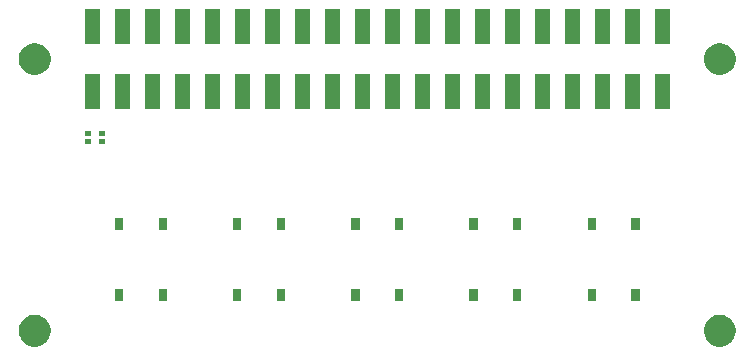
<source format=gbr>
G04 #@! TF.GenerationSoftware,KiCad,Pcbnew,(5.0.2)-1*
G04 #@! TF.CreationDate,2019-07-28T23:35:27-04:00*
G04 #@! TF.ProjectId,AD3D Cloud Connect Board,41443344-2043-46c6-9f75-6420436f6e6e,rev?*
G04 #@! TF.SameCoordinates,Original*
G04 #@! TF.FileFunction,Soldermask,Top*
G04 #@! TF.FilePolarity,Negative*
%FSLAX46Y46*%
G04 Gerber Fmt 4.6, Leading zero omitted, Abs format (unit mm)*
G04 Created by KiCad (PCBNEW (5.0.2)-1) date 7/28/2019 11:35:27 PM*
%MOMM*%
%LPD*%
G01*
G04 APERTURE LIST*
%ADD10C,0.150000*%
G04 APERTURE END LIST*
D10*
G36*
X261893778Y-141701879D02*
X262139466Y-141803646D01*
X262360578Y-141951389D01*
X262548611Y-142139422D01*
X262696354Y-142360534D01*
X262798121Y-142606222D01*
X262850000Y-142867035D01*
X262850000Y-143132965D01*
X262798121Y-143393778D01*
X262696354Y-143639466D01*
X262548611Y-143860578D01*
X262360578Y-144048611D01*
X262139466Y-144196354D01*
X261893778Y-144298121D01*
X261632965Y-144350000D01*
X261367035Y-144350000D01*
X261106222Y-144298121D01*
X260860534Y-144196354D01*
X260639422Y-144048611D01*
X260451389Y-143860578D01*
X260303646Y-143639466D01*
X260201879Y-143393778D01*
X260150000Y-143132965D01*
X260150000Y-142867035D01*
X260201879Y-142606222D01*
X260303646Y-142360534D01*
X260451389Y-142139422D01*
X260639422Y-141951389D01*
X260860534Y-141803646D01*
X261106222Y-141701879D01*
X261367035Y-141650000D01*
X261632965Y-141650000D01*
X261893778Y-141701879D01*
X261893778Y-141701879D01*
G37*
G36*
X203893778Y-141701879D02*
X204139466Y-141803646D01*
X204360578Y-141951389D01*
X204548611Y-142139422D01*
X204696354Y-142360534D01*
X204798121Y-142606222D01*
X204850000Y-142867035D01*
X204850000Y-143132965D01*
X204798121Y-143393778D01*
X204696354Y-143639466D01*
X204548611Y-143860578D01*
X204360578Y-144048611D01*
X204139466Y-144196354D01*
X203893778Y-144298121D01*
X203632965Y-144350000D01*
X203367035Y-144350000D01*
X203106222Y-144298121D01*
X202860534Y-144196354D01*
X202639422Y-144048611D01*
X202451389Y-143860578D01*
X202303646Y-143639466D01*
X202201879Y-143393778D01*
X202150000Y-143132965D01*
X202150000Y-142867035D01*
X202201879Y-142606222D01*
X202303646Y-142360534D01*
X202451389Y-142139422D01*
X202639422Y-141951389D01*
X202860534Y-141803646D01*
X203106222Y-141701879D01*
X203367035Y-141650000D01*
X203632965Y-141650000D01*
X203893778Y-141701879D01*
X203893778Y-141701879D01*
G37*
G36*
X251000000Y-140500000D02*
X250300000Y-140500000D01*
X250300000Y-139500000D01*
X251000000Y-139500000D01*
X251000000Y-140500000D01*
X251000000Y-140500000D01*
G37*
G36*
X231000000Y-140500000D02*
X230300000Y-140500000D01*
X230300000Y-139500000D01*
X231000000Y-139500000D01*
X231000000Y-140500000D01*
X231000000Y-140500000D01*
G37*
G36*
X234700000Y-140500000D02*
X234000000Y-140500000D01*
X234000000Y-139500000D01*
X234700000Y-139500000D01*
X234700000Y-140500000D01*
X234700000Y-140500000D01*
G37*
G36*
X254700000Y-140500000D02*
X254000000Y-140500000D01*
X254000000Y-139500000D01*
X254700000Y-139500000D01*
X254700000Y-140500000D01*
X254700000Y-140500000D01*
G37*
G36*
X244700000Y-140500000D02*
X244000000Y-140500000D01*
X244000000Y-139500000D01*
X244700000Y-139500000D01*
X244700000Y-140500000D01*
X244700000Y-140500000D01*
G37*
G36*
X241000000Y-140500000D02*
X240300000Y-140500000D01*
X240300000Y-139500000D01*
X241000000Y-139500000D01*
X241000000Y-140500000D01*
X241000000Y-140500000D01*
G37*
G36*
X224700000Y-140500000D02*
X224000000Y-140500000D01*
X224000000Y-139500000D01*
X224700000Y-139500000D01*
X224700000Y-140500000D01*
X224700000Y-140500000D01*
G37*
G36*
X221000000Y-140500000D02*
X220300000Y-140500000D01*
X220300000Y-139500000D01*
X221000000Y-139500000D01*
X221000000Y-140500000D01*
X221000000Y-140500000D01*
G37*
G36*
X214700000Y-140500000D02*
X214000000Y-140500000D01*
X214000000Y-139500000D01*
X214700000Y-139500000D01*
X214700000Y-140500000D01*
X214700000Y-140500000D01*
G37*
G36*
X211000000Y-140500000D02*
X210300000Y-140500000D01*
X210300000Y-139500000D01*
X211000000Y-139500000D01*
X211000000Y-140500000D01*
X211000000Y-140500000D01*
G37*
G36*
X224700000Y-134500000D02*
X224000000Y-134500000D01*
X224000000Y-133500000D01*
X224700000Y-133500000D01*
X224700000Y-134500000D01*
X224700000Y-134500000D01*
G37*
G36*
X211000000Y-134500000D02*
X210300000Y-134500000D01*
X210300000Y-133500000D01*
X211000000Y-133500000D01*
X211000000Y-134500000D01*
X211000000Y-134500000D01*
G37*
G36*
X214700000Y-134500000D02*
X214000000Y-134500000D01*
X214000000Y-133500000D01*
X214700000Y-133500000D01*
X214700000Y-134500000D01*
X214700000Y-134500000D01*
G37*
G36*
X221000000Y-134500000D02*
X220300000Y-134500000D01*
X220300000Y-133500000D01*
X221000000Y-133500000D01*
X221000000Y-134500000D01*
X221000000Y-134500000D01*
G37*
G36*
X241000000Y-134500000D02*
X240300000Y-134500000D01*
X240300000Y-133500000D01*
X241000000Y-133500000D01*
X241000000Y-134500000D01*
X241000000Y-134500000D01*
G37*
G36*
X254700000Y-134500000D02*
X254000000Y-134500000D01*
X254000000Y-133500000D01*
X254700000Y-133500000D01*
X254700000Y-134500000D01*
X254700000Y-134500000D01*
G37*
G36*
X231000000Y-134500000D02*
X230300000Y-134500000D01*
X230300000Y-133500000D01*
X231000000Y-133500000D01*
X231000000Y-134500000D01*
X231000000Y-134500000D01*
G37*
G36*
X251000000Y-134500000D02*
X250300000Y-134500000D01*
X250300000Y-133500000D01*
X251000000Y-133500000D01*
X251000000Y-134500000D01*
X251000000Y-134500000D01*
G37*
G36*
X234700000Y-134500000D02*
X234000000Y-134500000D01*
X234000000Y-133500000D01*
X234700000Y-133500000D01*
X234700000Y-134500000D01*
X234700000Y-134500000D01*
G37*
G36*
X244700000Y-134500000D02*
X244000000Y-134500000D01*
X244000000Y-133500000D01*
X244700000Y-133500000D01*
X244700000Y-134500000D01*
X244700000Y-134500000D01*
G37*
G36*
X209450000Y-127200000D02*
X208950000Y-127200000D01*
X208950000Y-126800000D01*
X209450000Y-126800000D01*
X209450000Y-127200000D01*
X209450000Y-127200000D01*
G37*
G36*
X208250000Y-127200000D02*
X207750000Y-127200000D01*
X207750000Y-126800000D01*
X208250000Y-126800000D01*
X208250000Y-127200000D01*
X208250000Y-127200000D01*
G37*
G36*
X208250000Y-126500000D02*
X207750000Y-126500000D01*
X207750000Y-126100000D01*
X208250000Y-126100000D01*
X208250000Y-126500000D01*
X208250000Y-126500000D01*
G37*
G36*
X209450000Y-126500000D02*
X208950000Y-126500000D01*
X208950000Y-126100000D01*
X209450000Y-126100000D01*
X209450000Y-126500000D01*
X209450000Y-126500000D01*
G37*
G36*
X209005000Y-124230000D02*
X207735000Y-124230000D01*
X207735000Y-121230000D01*
X209005000Y-121230000D01*
X209005000Y-124230000D01*
X209005000Y-124230000D01*
G37*
G36*
X214085000Y-124230000D02*
X212815000Y-124230000D01*
X212815000Y-121230000D01*
X214085000Y-121230000D01*
X214085000Y-124230000D01*
X214085000Y-124230000D01*
G37*
G36*
X252185000Y-124230000D02*
X250915000Y-124230000D01*
X250915000Y-121230000D01*
X252185000Y-121230000D01*
X252185000Y-124230000D01*
X252185000Y-124230000D01*
G37*
G36*
X216625000Y-124230000D02*
X215355000Y-124230000D01*
X215355000Y-121230000D01*
X216625000Y-121230000D01*
X216625000Y-124230000D01*
X216625000Y-124230000D01*
G37*
G36*
X226785000Y-124230000D02*
X225515000Y-124230000D01*
X225515000Y-121230000D01*
X226785000Y-121230000D01*
X226785000Y-124230000D01*
X226785000Y-124230000D01*
G37*
G36*
X219165000Y-124230000D02*
X217895000Y-124230000D01*
X217895000Y-121230000D01*
X219165000Y-121230000D01*
X219165000Y-124230000D01*
X219165000Y-124230000D01*
G37*
G36*
X254725000Y-124230000D02*
X253455000Y-124230000D01*
X253455000Y-121230000D01*
X254725000Y-121230000D01*
X254725000Y-124230000D01*
X254725000Y-124230000D01*
G37*
G36*
X221705000Y-124230000D02*
X220435000Y-124230000D01*
X220435000Y-121230000D01*
X221705000Y-121230000D01*
X221705000Y-124230000D01*
X221705000Y-124230000D01*
G37*
G36*
X257265000Y-124230000D02*
X255995000Y-124230000D01*
X255995000Y-121230000D01*
X257265000Y-121230000D01*
X257265000Y-124230000D01*
X257265000Y-124230000D01*
G37*
G36*
X231865000Y-124230000D02*
X230595000Y-124230000D01*
X230595000Y-121230000D01*
X231865000Y-121230000D01*
X231865000Y-124230000D01*
X231865000Y-124230000D01*
G37*
G36*
X249645000Y-124230000D02*
X248375000Y-124230000D01*
X248375000Y-121230000D01*
X249645000Y-121230000D01*
X249645000Y-124230000D01*
X249645000Y-124230000D01*
G37*
G36*
X247105000Y-124230000D02*
X245835000Y-124230000D01*
X245835000Y-121230000D01*
X247105000Y-121230000D01*
X247105000Y-124230000D01*
X247105000Y-124230000D01*
G37*
G36*
X224245000Y-124230000D02*
X222975000Y-124230000D01*
X222975000Y-121230000D01*
X224245000Y-121230000D01*
X224245000Y-124230000D01*
X224245000Y-124230000D01*
G37*
G36*
X244565000Y-124230000D02*
X243295000Y-124230000D01*
X243295000Y-121230000D01*
X244565000Y-121230000D01*
X244565000Y-124230000D01*
X244565000Y-124230000D01*
G37*
G36*
X236945000Y-124230000D02*
X235675000Y-124230000D01*
X235675000Y-121230000D01*
X236945000Y-121230000D01*
X236945000Y-124230000D01*
X236945000Y-124230000D01*
G37*
G36*
X239485000Y-124230000D02*
X238215000Y-124230000D01*
X238215000Y-121230000D01*
X239485000Y-121230000D01*
X239485000Y-124230000D01*
X239485000Y-124230000D01*
G37*
G36*
X211545000Y-124230000D02*
X210275000Y-124230000D01*
X210275000Y-121230000D01*
X211545000Y-121230000D01*
X211545000Y-124230000D01*
X211545000Y-124230000D01*
G37*
G36*
X242025000Y-124230000D02*
X240755000Y-124230000D01*
X240755000Y-121230000D01*
X242025000Y-121230000D01*
X242025000Y-124230000D01*
X242025000Y-124230000D01*
G37*
G36*
X234405000Y-124230000D02*
X233135000Y-124230000D01*
X233135000Y-121230000D01*
X234405000Y-121230000D01*
X234405000Y-124230000D01*
X234405000Y-124230000D01*
G37*
G36*
X229325000Y-124230000D02*
X228055000Y-124230000D01*
X228055000Y-121230000D01*
X229325000Y-121230000D01*
X229325000Y-124230000D01*
X229325000Y-124230000D01*
G37*
G36*
X261893778Y-118701879D02*
X262139466Y-118803646D01*
X262360578Y-118951389D01*
X262548611Y-119139422D01*
X262696354Y-119360534D01*
X262798121Y-119606222D01*
X262850000Y-119867035D01*
X262850000Y-120132965D01*
X262798121Y-120393778D01*
X262696354Y-120639466D01*
X262548611Y-120860578D01*
X262360578Y-121048611D01*
X262139466Y-121196354D01*
X261893778Y-121298121D01*
X261632965Y-121350000D01*
X261367035Y-121350000D01*
X261106222Y-121298121D01*
X260860534Y-121196354D01*
X260639422Y-121048611D01*
X260451389Y-120860578D01*
X260303646Y-120639466D01*
X260201879Y-120393778D01*
X260150000Y-120132965D01*
X260150000Y-119867035D01*
X260201879Y-119606222D01*
X260303646Y-119360534D01*
X260451389Y-119139422D01*
X260639422Y-118951389D01*
X260860534Y-118803646D01*
X261106222Y-118701879D01*
X261367035Y-118650000D01*
X261632965Y-118650000D01*
X261893778Y-118701879D01*
X261893778Y-118701879D01*
G37*
G36*
X203893778Y-118701879D02*
X204139466Y-118803646D01*
X204360578Y-118951389D01*
X204548611Y-119139422D01*
X204696354Y-119360534D01*
X204798121Y-119606222D01*
X204850000Y-119867035D01*
X204850000Y-120132965D01*
X204798121Y-120393778D01*
X204696354Y-120639466D01*
X204548611Y-120860578D01*
X204360578Y-121048611D01*
X204139466Y-121196354D01*
X203893778Y-121298121D01*
X203632965Y-121350000D01*
X203367035Y-121350000D01*
X203106222Y-121298121D01*
X202860534Y-121196354D01*
X202639422Y-121048611D01*
X202451389Y-120860578D01*
X202303646Y-120639466D01*
X202201879Y-120393778D01*
X202150000Y-120132965D01*
X202150000Y-119867035D01*
X202201879Y-119606222D01*
X202303646Y-119360534D01*
X202451389Y-119139422D01*
X202639422Y-118951389D01*
X202860534Y-118803646D01*
X203106222Y-118701879D01*
X203367035Y-118650000D01*
X203632965Y-118650000D01*
X203893778Y-118701879D01*
X203893778Y-118701879D01*
G37*
G36*
X209005000Y-118770000D02*
X207735000Y-118770000D01*
X207735000Y-115770000D01*
X209005000Y-115770000D01*
X209005000Y-118770000D01*
X209005000Y-118770000D01*
G37*
G36*
X257265000Y-118770000D02*
X255995000Y-118770000D01*
X255995000Y-115770000D01*
X257265000Y-115770000D01*
X257265000Y-118770000D01*
X257265000Y-118770000D01*
G37*
G36*
X254725000Y-118770000D02*
X253455000Y-118770000D01*
X253455000Y-115770000D01*
X254725000Y-115770000D01*
X254725000Y-118770000D01*
X254725000Y-118770000D01*
G37*
G36*
X252185000Y-118770000D02*
X250915000Y-118770000D01*
X250915000Y-115770000D01*
X252185000Y-115770000D01*
X252185000Y-118770000D01*
X252185000Y-118770000D01*
G37*
G36*
X249645000Y-118770000D02*
X248375000Y-118770000D01*
X248375000Y-115770000D01*
X249645000Y-115770000D01*
X249645000Y-118770000D01*
X249645000Y-118770000D01*
G37*
G36*
X247105000Y-118770000D02*
X245835000Y-118770000D01*
X245835000Y-115770000D01*
X247105000Y-115770000D01*
X247105000Y-118770000D01*
X247105000Y-118770000D01*
G37*
G36*
X244565000Y-118770000D02*
X243295000Y-118770000D01*
X243295000Y-115770000D01*
X244565000Y-115770000D01*
X244565000Y-118770000D01*
X244565000Y-118770000D01*
G37*
G36*
X242025000Y-118770000D02*
X240755000Y-118770000D01*
X240755000Y-115770000D01*
X242025000Y-115770000D01*
X242025000Y-118770000D01*
X242025000Y-118770000D01*
G37*
G36*
X239485000Y-118770000D02*
X238215000Y-118770000D01*
X238215000Y-115770000D01*
X239485000Y-115770000D01*
X239485000Y-118770000D01*
X239485000Y-118770000D01*
G37*
G36*
X236945000Y-118770000D02*
X235675000Y-118770000D01*
X235675000Y-115770000D01*
X236945000Y-115770000D01*
X236945000Y-118770000D01*
X236945000Y-118770000D01*
G37*
G36*
X234405000Y-118770000D02*
X233135000Y-118770000D01*
X233135000Y-115770000D01*
X234405000Y-115770000D01*
X234405000Y-118770000D01*
X234405000Y-118770000D01*
G37*
G36*
X231865000Y-118770000D02*
X230595000Y-118770000D01*
X230595000Y-115770000D01*
X231865000Y-115770000D01*
X231865000Y-118770000D01*
X231865000Y-118770000D01*
G37*
G36*
X229325000Y-118770000D02*
X228055000Y-118770000D01*
X228055000Y-115770000D01*
X229325000Y-115770000D01*
X229325000Y-118770000D01*
X229325000Y-118770000D01*
G37*
G36*
X226785000Y-118770000D02*
X225515000Y-118770000D01*
X225515000Y-115770000D01*
X226785000Y-115770000D01*
X226785000Y-118770000D01*
X226785000Y-118770000D01*
G37*
G36*
X224245000Y-118770000D02*
X222975000Y-118770000D01*
X222975000Y-115770000D01*
X224245000Y-115770000D01*
X224245000Y-118770000D01*
X224245000Y-118770000D01*
G37*
G36*
X221705000Y-118770000D02*
X220435000Y-118770000D01*
X220435000Y-115770000D01*
X221705000Y-115770000D01*
X221705000Y-118770000D01*
X221705000Y-118770000D01*
G37*
G36*
X219165000Y-118770000D02*
X217895000Y-118770000D01*
X217895000Y-115770000D01*
X219165000Y-115770000D01*
X219165000Y-118770000D01*
X219165000Y-118770000D01*
G37*
G36*
X216625000Y-118770000D02*
X215355000Y-118770000D01*
X215355000Y-115770000D01*
X216625000Y-115770000D01*
X216625000Y-118770000D01*
X216625000Y-118770000D01*
G37*
G36*
X211545000Y-118770000D02*
X210275000Y-118770000D01*
X210275000Y-115770000D01*
X211545000Y-115770000D01*
X211545000Y-118770000D01*
X211545000Y-118770000D01*
G37*
G36*
X214085000Y-118770000D02*
X212815000Y-118770000D01*
X212815000Y-115770000D01*
X214085000Y-115770000D01*
X214085000Y-118770000D01*
X214085000Y-118770000D01*
G37*
M02*

</source>
